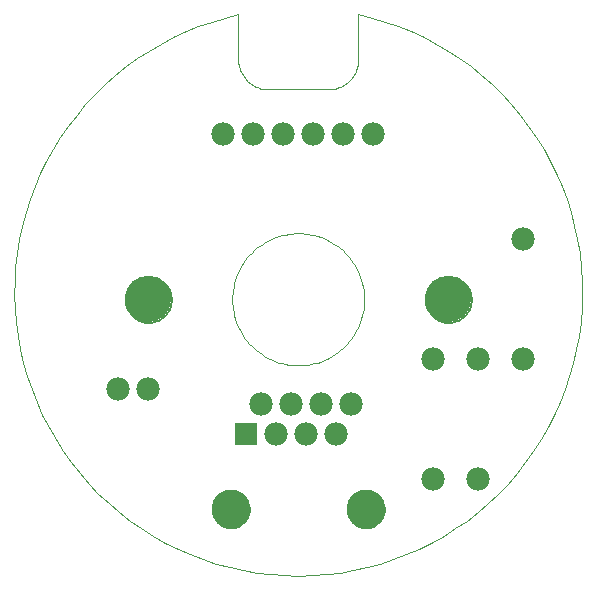
<source format=gbs>
G75*
G70*
%OFA0B0*%
%FSLAX24Y24*%
%IPPOS*%
%LPD*%
%AMOC8*
5,1,8,0,0,1.08239X$1,22.5*
%
%ADD10C,0.0010*%
%ADD11C,0.0000*%
%ADD12C,0.1540*%
%ADD13C,0.1300*%
%ADD14C,0.0780*%
%ADD15R,0.0780X0.0780*%
D10*
X003797Y011402D02*
X003799Y011458D01*
X003805Y011513D01*
X003815Y011568D01*
X003829Y011622D01*
X003846Y011675D01*
X003867Y011726D01*
X003892Y011776D01*
X003921Y011824D01*
X003953Y011869D01*
X003988Y011913D01*
X004025Y011954D01*
X004066Y011991D01*
X004110Y012026D01*
X004155Y012058D01*
X004203Y012087D01*
X004253Y012112D01*
X004304Y012133D01*
X004357Y012150D01*
X004411Y012164D01*
X004466Y012174D01*
X004521Y012180D01*
X004577Y012182D01*
X004633Y012180D01*
X004688Y012174D01*
X004743Y012164D01*
X004797Y012150D01*
X004850Y012133D01*
X004901Y012112D01*
X004951Y012087D01*
X004999Y012058D01*
X005044Y012026D01*
X005088Y011991D01*
X005129Y011954D01*
X005166Y011913D01*
X005201Y011869D01*
X005233Y011824D01*
X005262Y011776D01*
X005287Y011726D01*
X005308Y011675D01*
X005325Y011622D01*
X005339Y011568D01*
X005349Y011513D01*
X005355Y011458D01*
X005357Y011402D01*
X005355Y011346D01*
X005349Y011291D01*
X005339Y011236D01*
X005325Y011182D01*
X005308Y011129D01*
X005287Y011078D01*
X005262Y011028D01*
X005233Y010980D01*
X005201Y010935D01*
X005166Y010891D01*
X005129Y010850D01*
X005088Y010813D01*
X005044Y010778D01*
X004999Y010746D01*
X004951Y010717D01*
X004901Y010692D01*
X004850Y010671D01*
X004797Y010654D01*
X004743Y010640D01*
X004688Y010630D01*
X004633Y010624D01*
X004577Y010622D01*
X004521Y010624D01*
X004466Y010630D01*
X004411Y010640D01*
X004357Y010654D01*
X004304Y010671D01*
X004253Y010692D01*
X004203Y010717D01*
X004155Y010746D01*
X004110Y010778D01*
X004066Y010813D01*
X004025Y010850D01*
X003988Y010891D01*
X003953Y010935D01*
X003921Y010980D01*
X003892Y011028D01*
X003867Y011078D01*
X003846Y011129D01*
X003829Y011182D01*
X003815Y011236D01*
X003805Y011291D01*
X003799Y011346D01*
X003797Y011402D01*
X007377Y011402D02*
X007380Y011510D01*
X007388Y011618D01*
X007401Y011725D01*
X007419Y011831D01*
X007443Y011937D01*
X007472Y012041D01*
X007506Y012143D01*
X007544Y012244D01*
X007588Y012343D01*
X007637Y012439D01*
X007690Y012533D01*
X007748Y012624D01*
X007810Y012713D01*
X007876Y012798D01*
X007947Y012879D01*
X008021Y012958D01*
X008100Y013032D01*
X008181Y013103D01*
X008266Y013169D01*
X008355Y013231D01*
X008446Y013289D01*
X008540Y013342D01*
X008636Y013391D01*
X008735Y013435D01*
X008836Y013473D01*
X008938Y013507D01*
X009042Y013536D01*
X009148Y013560D01*
X009254Y013578D01*
X009361Y013591D01*
X009469Y013599D01*
X009577Y013602D01*
X009685Y013599D01*
X009793Y013591D01*
X009900Y013578D01*
X010006Y013560D01*
X010112Y013536D01*
X010216Y013507D01*
X010318Y013473D01*
X010419Y013435D01*
X010518Y013391D01*
X010614Y013342D01*
X010708Y013289D01*
X010799Y013231D01*
X010888Y013169D01*
X010973Y013103D01*
X011054Y013032D01*
X011133Y012958D01*
X011207Y012879D01*
X011278Y012798D01*
X011344Y012713D01*
X011406Y012624D01*
X011464Y012533D01*
X011517Y012439D01*
X011566Y012343D01*
X011610Y012244D01*
X011648Y012143D01*
X011682Y012041D01*
X011711Y011937D01*
X011735Y011831D01*
X011753Y011725D01*
X011766Y011618D01*
X011774Y011510D01*
X011777Y011402D01*
X011774Y011294D01*
X011766Y011186D01*
X011753Y011079D01*
X011735Y010973D01*
X011711Y010867D01*
X011682Y010763D01*
X011648Y010661D01*
X011610Y010560D01*
X011566Y010461D01*
X011517Y010365D01*
X011464Y010271D01*
X011406Y010180D01*
X011344Y010091D01*
X011278Y010006D01*
X011207Y009925D01*
X011133Y009846D01*
X011054Y009772D01*
X010973Y009701D01*
X010888Y009635D01*
X010799Y009573D01*
X010708Y009515D01*
X010614Y009462D01*
X010518Y009413D01*
X010419Y009369D01*
X010318Y009331D01*
X010216Y009297D01*
X010112Y009268D01*
X010006Y009244D01*
X009900Y009226D01*
X009793Y009213D01*
X009685Y009205D01*
X009577Y009202D01*
X009469Y009205D01*
X009361Y009213D01*
X009254Y009226D01*
X009148Y009244D01*
X009042Y009268D01*
X008938Y009297D01*
X008836Y009331D01*
X008735Y009369D01*
X008636Y009413D01*
X008540Y009462D01*
X008446Y009515D01*
X008355Y009573D01*
X008266Y009635D01*
X008181Y009701D01*
X008100Y009772D01*
X008021Y009846D01*
X007947Y009925D01*
X007876Y010006D01*
X007810Y010091D01*
X007748Y010180D01*
X007690Y010271D01*
X007637Y010365D01*
X007588Y010461D01*
X007544Y010560D01*
X007506Y010661D01*
X007472Y010763D01*
X007443Y010867D01*
X007419Y010973D01*
X007401Y011079D01*
X007388Y011186D01*
X007380Y011294D01*
X007377Y011402D01*
X007577Y020902D02*
X007128Y020794D01*
X006685Y020663D01*
X006249Y020511D01*
X005820Y020338D01*
X005401Y020145D01*
X004992Y019931D01*
X004593Y019697D01*
X004206Y019445D01*
X003833Y019173D01*
X003473Y018884D01*
X003127Y018578D01*
X002797Y018255D01*
X002483Y017916D01*
X002185Y017562D01*
X001906Y017195D01*
X001645Y016814D01*
X001402Y016421D01*
X001179Y016016D01*
X000976Y015601D01*
X000794Y015177D01*
X000632Y014744D01*
X000492Y014304D01*
X000374Y013858D01*
X000277Y013406D01*
X000202Y012950D01*
X000150Y012491D01*
X000121Y012030D01*
X000113Y011568D01*
X000129Y011107D01*
X000167Y010646D01*
X000227Y010188D01*
X000309Y009734D01*
X000414Y009284D01*
X000541Y008840D01*
X000688Y008402D01*
X000858Y007972D01*
X001048Y007551D01*
X001258Y007140D01*
X001488Y006739D01*
X001737Y006351D01*
X002005Y005974D01*
X002291Y005612D01*
X002595Y005263D01*
X002915Y004930D01*
X003251Y004613D01*
X003601Y004313D01*
X003967Y004030D01*
X004345Y003766D01*
X004736Y003520D01*
X005139Y003293D01*
X005552Y003087D01*
X005975Y002900D01*
X006406Y002735D01*
X006845Y002591D01*
X007290Y002468D01*
X007741Y002368D01*
X008196Y002289D01*
X008655Y002233D01*
X009115Y002199D01*
X009577Y002188D01*
X010039Y002199D01*
X010499Y002233D01*
X010958Y002289D01*
X011413Y002368D01*
X011864Y002468D01*
X012309Y002591D01*
X012748Y002735D01*
X013179Y002900D01*
X013602Y003087D01*
X014015Y003293D01*
X014418Y003520D01*
X014809Y003766D01*
X015187Y004030D01*
X015553Y004313D01*
X015903Y004613D01*
X016239Y004930D01*
X016559Y005263D01*
X016863Y005612D01*
X017149Y005974D01*
X017417Y006351D01*
X017666Y006739D01*
X017896Y007140D01*
X018106Y007551D01*
X018296Y007972D01*
X018466Y008402D01*
X018613Y008840D01*
X018740Y009284D01*
X018845Y009734D01*
X018927Y010188D01*
X018987Y010646D01*
X019025Y011107D01*
X019041Y011568D01*
X019033Y012030D01*
X019004Y012491D01*
X018952Y012950D01*
X018877Y013406D01*
X018780Y013858D01*
X018662Y014304D01*
X018522Y014744D01*
X018360Y015177D01*
X018178Y015601D01*
X017975Y016016D01*
X017752Y016421D01*
X017509Y016814D01*
X017248Y017195D01*
X016969Y017562D01*
X016671Y017916D01*
X016357Y018255D01*
X016027Y018578D01*
X015681Y018884D01*
X015321Y019173D01*
X014948Y019445D01*
X014561Y019697D01*
X014162Y019931D01*
X013753Y020145D01*
X013334Y020338D01*
X012905Y020511D01*
X012469Y020663D01*
X012026Y020794D01*
X011577Y020902D01*
X011577Y019402D01*
X011575Y019342D01*
X011570Y019281D01*
X011561Y019222D01*
X011548Y019163D01*
X011532Y019104D01*
X011512Y019047D01*
X011489Y018992D01*
X011462Y018937D01*
X011433Y018885D01*
X011400Y018834D01*
X011364Y018785D01*
X011326Y018739D01*
X011284Y018695D01*
X011240Y018653D01*
X011194Y018615D01*
X011145Y018579D01*
X011094Y018546D01*
X011042Y018517D01*
X010987Y018490D01*
X010932Y018467D01*
X010875Y018447D01*
X010816Y018431D01*
X010757Y018418D01*
X010698Y018409D01*
X010637Y018404D01*
X010577Y018402D01*
X008577Y018402D01*
X008517Y018404D01*
X008456Y018409D01*
X008397Y018418D01*
X008338Y018431D01*
X008279Y018447D01*
X008222Y018467D01*
X008167Y018490D01*
X008112Y018517D01*
X008060Y018546D01*
X008009Y018579D01*
X007960Y018615D01*
X007914Y018653D01*
X007870Y018695D01*
X007828Y018739D01*
X007790Y018785D01*
X007754Y018834D01*
X007721Y018885D01*
X007692Y018937D01*
X007665Y018992D01*
X007642Y019047D01*
X007622Y019104D01*
X007606Y019163D01*
X007593Y019222D01*
X007584Y019281D01*
X007579Y019342D01*
X007577Y019402D01*
X007577Y020902D01*
X013797Y011402D02*
X013799Y011458D01*
X013805Y011513D01*
X013815Y011568D01*
X013829Y011622D01*
X013846Y011675D01*
X013867Y011726D01*
X013892Y011776D01*
X013921Y011824D01*
X013953Y011869D01*
X013988Y011913D01*
X014025Y011954D01*
X014066Y011991D01*
X014110Y012026D01*
X014155Y012058D01*
X014203Y012087D01*
X014253Y012112D01*
X014304Y012133D01*
X014357Y012150D01*
X014411Y012164D01*
X014466Y012174D01*
X014521Y012180D01*
X014577Y012182D01*
X014633Y012180D01*
X014688Y012174D01*
X014743Y012164D01*
X014797Y012150D01*
X014850Y012133D01*
X014901Y012112D01*
X014951Y012087D01*
X014999Y012058D01*
X015044Y012026D01*
X015088Y011991D01*
X015129Y011954D01*
X015166Y011913D01*
X015201Y011869D01*
X015233Y011824D01*
X015262Y011776D01*
X015287Y011726D01*
X015308Y011675D01*
X015325Y011622D01*
X015339Y011568D01*
X015349Y011513D01*
X015355Y011458D01*
X015357Y011402D01*
X015355Y011346D01*
X015349Y011291D01*
X015339Y011236D01*
X015325Y011182D01*
X015308Y011129D01*
X015287Y011078D01*
X015262Y011028D01*
X015233Y010980D01*
X015201Y010935D01*
X015166Y010891D01*
X015129Y010850D01*
X015088Y010813D01*
X015044Y010778D01*
X014999Y010746D01*
X014951Y010717D01*
X014901Y010692D01*
X014850Y010671D01*
X014797Y010654D01*
X014743Y010640D01*
X014688Y010630D01*
X014633Y010624D01*
X014577Y010622D01*
X014521Y010624D01*
X014466Y010630D01*
X014411Y010640D01*
X014357Y010654D01*
X014304Y010671D01*
X014253Y010692D01*
X014203Y010717D01*
X014155Y010746D01*
X014110Y010778D01*
X014066Y010813D01*
X014025Y010850D01*
X013988Y010891D01*
X013953Y010935D01*
X013921Y010980D01*
X013892Y011028D01*
X013867Y011078D01*
X013846Y011129D01*
X013829Y011182D01*
X013815Y011236D01*
X013805Y011291D01*
X013799Y011346D01*
X013797Y011402D01*
D11*
X013827Y011402D02*
X013829Y011456D01*
X013835Y011510D01*
X013845Y011563D01*
X013858Y011616D01*
X013875Y011667D01*
X013896Y011717D01*
X013921Y011765D01*
X013949Y011812D01*
X013980Y011856D01*
X014014Y011898D01*
X014051Y011937D01*
X014091Y011974D01*
X014134Y012007D01*
X014179Y012038D01*
X014226Y012065D01*
X014274Y012088D01*
X014325Y012108D01*
X014376Y012125D01*
X014429Y012137D01*
X014482Y012146D01*
X014536Y012151D01*
X014591Y012152D01*
X014645Y012149D01*
X014698Y012142D01*
X014751Y012131D01*
X014804Y012117D01*
X014855Y012099D01*
X014904Y012077D01*
X014952Y012052D01*
X014998Y012023D01*
X015042Y011991D01*
X015083Y011956D01*
X015121Y011918D01*
X015157Y011877D01*
X015190Y011834D01*
X015220Y011789D01*
X015246Y011741D01*
X015269Y011692D01*
X015288Y011641D01*
X015303Y011590D01*
X015315Y011537D01*
X015323Y011483D01*
X015327Y011429D01*
X015327Y011375D01*
X015323Y011321D01*
X015315Y011267D01*
X015303Y011214D01*
X015288Y011163D01*
X015269Y011112D01*
X015246Y011063D01*
X015220Y011015D01*
X015190Y010970D01*
X015157Y010927D01*
X015121Y010886D01*
X015083Y010848D01*
X015042Y010813D01*
X014998Y010781D01*
X014952Y010752D01*
X014904Y010727D01*
X014855Y010705D01*
X014804Y010687D01*
X014751Y010673D01*
X014698Y010662D01*
X014645Y010655D01*
X014591Y010652D01*
X014536Y010653D01*
X014482Y010658D01*
X014429Y010667D01*
X014376Y010679D01*
X014325Y010696D01*
X014274Y010716D01*
X014226Y010739D01*
X014179Y010766D01*
X014134Y010797D01*
X014091Y010830D01*
X014051Y010867D01*
X014014Y010906D01*
X013980Y010948D01*
X013949Y010992D01*
X013921Y011039D01*
X013896Y011087D01*
X013875Y011137D01*
X013858Y011188D01*
X013845Y011241D01*
X013835Y011294D01*
X013829Y011348D01*
X013827Y011402D01*
X011197Y004402D02*
X011199Y004452D01*
X011205Y004502D01*
X011215Y004551D01*
X011229Y004599D01*
X011246Y004646D01*
X011267Y004691D01*
X011292Y004735D01*
X011320Y004776D01*
X011352Y004815D01*
X011386Y004852D01*
X011423Y004886D01*
X011463Y004916D01*
X011505Y004943D01*
X011549Y004967D01*
X011595Y004988D01*
X011642Y005004D01*
X011690Y005017D01*
X011740Y005026D01*
X011789Y005031D01*
X011840Y005032D01*
X011890Y005029D01*
X011939Y005022D01*
X011988Y005011D01*
X012036Y004996D01*
X012082Y004978D01*
X012127Y004956D01*
X012170Y004930D01*
X012211Y004901D01*
X012250Y004869D01*
X012286Y004834D01*
X012318Y004796D01*
X012348Y004756D01*
X012375Y004713D01*
X012398Y004669D01*
X012417Y004623D01*
X012433Y004575D01*
X012445Y004526D01*
X012453Y004477D01*
X012457Y004427D01*
X012457Y004377D01*
X012453Y004327D01*
X012445Y004278D01*
X012433Y004229D01*
X012417Y004181D01*
X012398Y004135D01*
X012375Y004091D01*
X012348Y004048D01*
X012318Y004008D01*
X012286Y003970D01*
X012250Y003935D01*
X012211Y003903D01*
X012170Y003874D01*
X012127Y003848D01*
X012082Y003826D01*
X012036Y003808D01*
X011988Y003793D01*
X011939Y003782D01*
X011890Y003775D01*
X011840Y003772D01*
X011789Y003773D01*
X011740Y003778D01*
X011690Y003787D01*
X011642Y003800D01*
X011595Y003816D01*
X011549Y003837D01*
X011505Y003861D01*
X011463Y003888D01*
X011423Y003918D01*
X011386Y003952D01*
X011352Y003989D01*
X011320Y004028D01*
X011292Y004069D01*
X011267Y004113D01*
X011246Y004158D01*
X011229Y004205D01*
X011215Y004253D01*
X011205Y004302D01*
X011199Y004352D01*
X011197Y004402D01*
X006697Y004402D02*
X006699Y004452D01*
X006705Y004502D01*
X006715Y004551D01*
X006729Y004599D01*
X006746Y004646D01*
X006767Y004691D01*
X006792Y004735D01*
X006820Y004776D01*
X006852Y004815D01*
X006886Y004852D01*
X006923Y004886D01*
X006963Y004916D01*
X007005Y004943D01*
X007049Y004967D01*
X007095Y004988D01*
X007142Y005004D01*
X007190Y005017D01*
X007240Y005026D01*
X007289Y005031D01*
X007340Y005032D01*
X007390Y005029D01*
X007439Y005022D01*
X007488Y005011D01*
X007536Y004996D01*
X007582Y004978D01*
X007627Y004956D01*
X007670Y004930D01*
X007711Y004901D01*
X007750Y004869D01*
X007786Y004834D01*
X007818Y004796D01*
X007848Y004756D01*
X007875Y004713D01*
X007898Y004669D01*
X007917Y004623D01*
X007933Y004575D01*
X007945Y004526D01*
X007953Y004477D01*
X007957Y004427D01*
X007957Y004377D01*
X007953Y004327D01*
X007945Y004278D01*
X007933Y004229D01*
X007917Y004181D01*
X007898Y004135D01*
X007875Y004091D01*
X007848Y004048D01*
X007818Y004008D01*
X007786Y003970D01*
X007750Y003935D01*
X007711Y003903D01*
X007670Y003874D01*
X007627Y003848D01*
X007582Y003826D01*
X007536Y003808D01*
X007488Y003793D01*
X007439Y003782D01*
X007390Y003775D01*
X007340Y003772D01*
X007289Y003773D01*
X007240Y003778D01*
X007190Y003787D01*
X007142Y003800D01*
X007095Y003816D01*
X007049Y003837D01*
X007005Y003861D01*
X006963Y003888D01*
X006923Y003918D01*
X006886Y003952D01*
X006852Y003989D01*
X006820Y004028D01*
X006792Y004069D01*
X006767Y004113D01*
X006746Y004158D01*
X006729Y004205D01*
X006715Y004253D01*
X006705Y004302D01*
X006699Y004352D01*
X006697Y004402D01*
X003827Y011402D02*
X003829Y011456D01*
X003835Y011510D01*
X003845Y011563D01*
X003858Y011616D01*
X003875Y011667D01*
X003896Y011717D01*
X003921Y011765D01*
X003949Y011812D01*
X003980Y011856D01*
X004014Y011898D01*
X004051Y011937D01*
X004091Y011974D01*
X004134Y012007D01*
X004179Y012038D01*
X004226Y012065D01*
X004274Y012088D01*
X004325Y012108D01*
X004376Y012125D01*
X004429Y012137D01*
X004482Y012146D01*
X004536Y012151D01*
X004591Y012152D01*
X004645Y012149D01*
X004698Y012142D01*
X004751Y012131D01*
X004804Y012117D01*
X004855Y012099D01*
X004904Y012077D01*
X004952Y012052D01*
X004998Y012023D01*
X005042Y011991D01*
X005083Y011956D01*
X005121Y011918D01*
X005157Y011877D01*
X005190Y011834D01*
X005220Y011789D01*
X005246Y011741D01*
X005269Y011692D01*
X005288Y011641D01*
X005303Y011590D01*
X005315Y011537D01*
X005323Y011483D01*
X005327Y011429D01*
X005327Y011375D01*
X005323Y011321D01*
X005315Y011267D01*
X005303Y011214D01*
X005288Y011163D01*
X005269Y011112D01*
X005246Y011063D01*
X005220Y011015D01*
X005190Y010970D01*
X005157Y010927D01*
X005121Y010886D01*
X005083Y010848D01*
X005042Y010813D01*
X004998Y010781D01*
X004952Y010752D01*
X004904Y010727D01*
X004855Y010705D01*
X004804Y010687D01*
X004751Y010673D01*
X004698Y010662D01*
X004645Y010655D01*
X004591Y010652D01*
X004536Y010653D01*
X004482Y010658D01*
X004429Y010667D01*
X004376Y010679D01*
X004325Y010696D01*
X004274Y010716D01*
X004226Y010739D01*
X004179Y010766D01*
X004134Y010797D01*
X004091Y010830D01*
X004051Y010867D01*
X004014Y010906D01*
X003980Y010948D01*
X003949Y010992D01*
X003921Y011039D01*
X003896Y011087D01*
X003875Y011137D01*
X003858Y011188D01*
X003845Y011241D01*
X003835Y011294D01*
X003829Y011348D01*
X003827Y011402D01*
D12*
X004577Y011402D03*
X014577Y011402D03*
D13*
X007327Y004402D03*
X011827Y004402D03*
D14*
X014077Y005402D03*
X015577Y005402D03*
X015577Y009402D03*
X014077Y009402D03*
X011327Y007902D03*
X010827Y006902D03*
X009827Y006902D03*
X008827Y006902D03*
X008327Y007902D03*
X009327Y007902D03*
X010327Y007902D03*
X004577Y008402D03*
X003577Y008402D03*
X007077Y016902D03*
X008077Y016902D03*
X009077Y016902D03*
X010077Y016902D03*
X011077Y016902D03*
X012077Y016902D03*
X017077Y013402D03*
X017077Y009402D03*
D15*
X007827Y006902D03*
M02*

</source>
